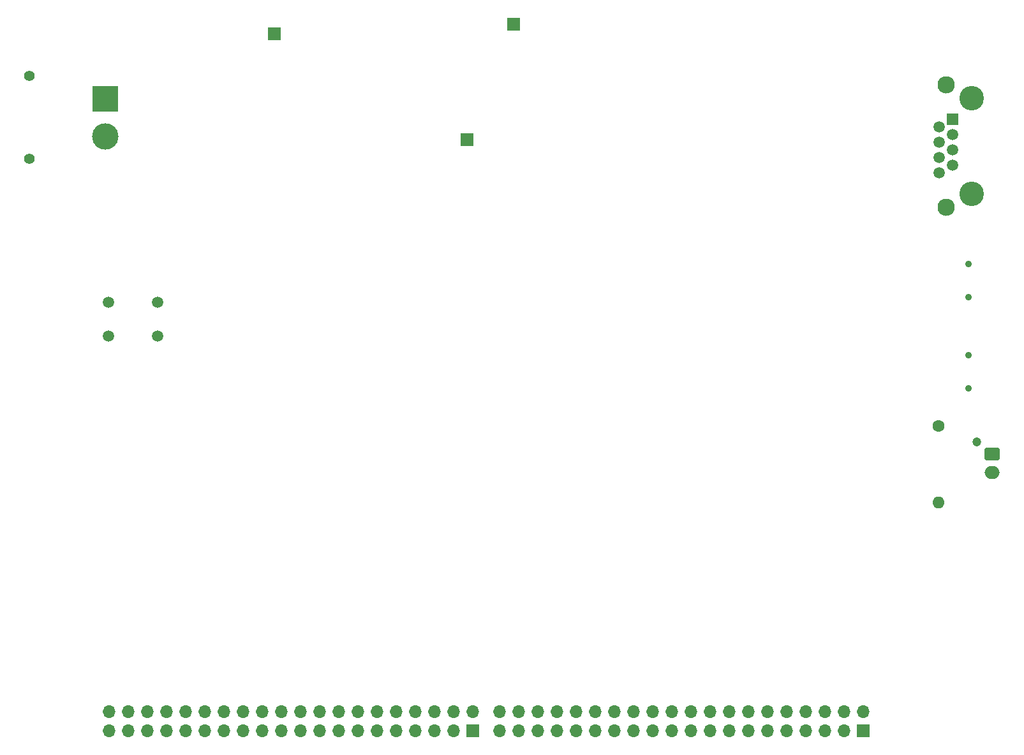
<source format=gbr>
%TF.GenerationSoftware,KiCad,Pcbnew,8.0.5*%
%TF.CreationDate,2024-09-29T23:22:26+09:00*%
%TF.ProjectId,MCU_Unit,4d43555f-556e-4697-942e-6b696361645f,rev?*%
%TF.SameCoordinates,Original*%
%TF.FileFunction,Soldermask,Bot*%
%TF.FilePolarity,Negative*%
%FSLAX46Y46*%
G04 Gerber Fmt 4.6, Leading zero omitted, Abs format (unit mm)*
G04 Created by KiCad (PCBNEW 8.0.5) date 2024-09-29 23:22:26*
%MOMM*%
%LPD*%
G01*
G04 APERTURE LIST*
G04 Aperture macros list*
%AMRoundRect*
0 Rectangle with rounded corners*
0 $1 Rounding radius*
0 $2 $3 $4 $5 $6 $7 $8 $9 X,Y pos of 4 corners*
0 Add a 4 corners polygon primitive as box body*
4,1,4,$2,$3,$4,$5,$6,$7,$8,$9,$2,$3,0*
0 Add four circle primitives for the rounded corners*
1,1,$1+$1,$2,$3*
1,1,$1+$1,$4,$5*
1,1,$1+$1,$6,$7*
1,1,$1+$1,$8,$9*
0 Add four rect primitives between the rounded corners*
20,1,$1+$1,$2,$3,$4,$5,0*
20,1,$1+$1,$4,$5,$6,$7,0*
20,1,$1+$1,$6,$7,$8,$9,0*
20,1,$1+$1,$8,$9,$2,$3,0*%
G04 Aperture macros list end*
%ADD10C,1.500000*%
%ADD11O,1.700000X1.700000*%
%ADD12R,1.700000X1.700000*%
%ADD13C,3.250000*%
%ADD14R,1.500000X1.500000*%
%ADD15C,2.300000*%
%ADD16O,1.600000X1.600000*%
%ADD17C,1.600000*%
%ADD18C,1.400000*%
%ADD19R,3.500000X3.500000*%
%ADD20C,3.500000*%
%ADD21C,0.900000*%
%ADD22O,2.000000X1.700000*%
%ADD23RoundRect,0.250000X-0.750000X0.600000X-0.750000X-0.600000X0.750000X-0.600000X0.750000X0.600000X0*%
%ADD24C,1.200000*%
G04 APERTURE END LIST*
D10*
%TO.C,S1*%
X43575000Y-81300000D03*
X50075000Y-81300000D03*
X43575000Y-85800000D03*
X50075000Y-85800000D03*
%TD*%
D11*
%TO.C,J10*%
X43580000Y-135657500D03*
X43580000Y-138197500D03*
X46120000Y-135657500D03*
X46120000Y-138197500D03*
X48660000Y-135657500D03*
X48660000Y-138197500D03*
X51200000Y-135657500D03*
X51200000Y-138197500D03*
X53740000Y-135657500D03*
X53740000Y-138197500D03*
X56280000Y-135657500D03*
X56280000Y-138197500D03*
X58820000Y-135657500D03*
X58820000Y-138197500D03*
X61360000Y-135657500D03*
X61360000Y-138197500D03*
X63900000Y-135657500D03*
X63900000Y-138197500D03*
X66440000Y-135657500D03*
X66440000Y-138197500D03*
X68980000Y-135657500D03*
X68980000Y-138197500D03*
X71520000Y-135657500D03*
X71520000Y-138197500D03*
X74060000Y-135657500D03*
X74060000Y-138197500D03*
X76600000Y-135657500D03*
X76600000Y-138197500D03*
X79140000Y-135657500D03*
X79140000Y-138197500D03*
X81680000Y-135657500D03*
X81680000Y-138197500D03*
X84220000Y-135657500D03*
X84220000Y-138197500D03*
X86760000Y-135657500D03*
X86760000Y-138197500D03*
X89300000Y-135657500D03*
X89300000Y-138197500D03*
X91840000Y-135657500D03*
D12*
X91840000Y-138197500D03*
%TD*%
%TO.C,J6*%
X143700000Y-138200000D03*
D11*
X143700000Y-135660000D03*
X141160000Y-138200000D03*
X141160000Y-135660000D03*
X138620000Y-138200000D03*
X138620000Y-135660000D03*
X136080000Y-138200000D03*
X136080000Y-135660000D03*
X133540000Y-138200000D03*
X133540000Y-135660000D03*
X131000000Y-138200000D03*
X131000000Y-135660000D03*
X128460000Y-138200000D03*
X128460000Y-135660000D03*
X125920000Y-138200000D03*
X125920000Y-135660000D03*
X123380000Y-138200000D03*
X123380000Y-135660000D03*
X120840000Y-138200000D03*
X120840000Y-135660000D03*
X118300000Y-138200000D03*
X118300000Y-135660000D03*
X115760000Y-138200000D03*
X115760000Y-135660000D03*
X113220000Y-138200000D03*
X113220000Y-135660000D03*
X110680000Y-138200000D03*
X110680000Y-135660000D03*
X108140000Y-138200000D03*
X108140000Y-135660000D03*
X105600000Y-138200000D03*
X105600000Y-135660000D03*
X103060000Y-138200000D03*
X103060000Y-135660000D03*
X100520000Y-138200000D03*
X100520000Y-135660000D03*
X97980000Y-138200000D03*
X97980000Y-135660000D03*
X95440000Y-138200000D03*
X95440000Y-135660000D03*
%TD*%
D13*
%TO.C,J1*%
X158110000Y-54255500D03*
X158110000Y-66955500D03*
D14*
X155570000Y-57045500D03*
D10*
X153790000Y-58061500D03*
X155570000Y-59077500D03*
X153790000Y-60093500D03*
X155570000Y-61109500D03*
X153790000Y-62125500D03*
X155570000Y-63141500D03*
X153790000Y-64157500D03*
D15*
X154680000Y-52475500D03*
X154680000Y-68735500D03*
%TD*%
D16*
%TO.C,R41*%
X153675000Y-107930000D03*
D17*
X153675000Y-97770000D03*
%TD*%
D18*
%TO.C,J13*%
X33075000Y-62300000D03*
X33075000Y-51300000D03*
D19*
X43075000Y-54300000D03*
D20*
X43075000Y-59300000D03*
%TD*%
D21*
%TO.C,J9*%
X157690000Y-76210000D03*
X157690000Y-80610000D03*
%TD*%
%TO.C,J7*%
X157675000Y-92780000D03*
X157675000Y-88380000D03*
%TD*%
D12*
%TO.C,J5*%
X65525000Y-45700000D03*
%TD*%
%TO.C,J4*%
X97337500Y-44400000D03*
%TD*%
%TO.C,J3*%
X91137500Y-59700000D03*
%TD*%
D22*
%TO.C,J2*%
X160775000Y-103950000D03*
D23*
X160775000Y-101450000D03*
D24*
X158775000Y-99850000D03*
%TD*%
M02*

</source>
